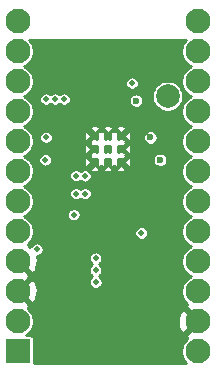
<source format=gbr>
%TF.GenerationSoftware,KiCad,Pcbnew,5.1.7+dfsg1-1~bpo10+1*%
%TF.CreationDate,Date%
%TF.ProjectId,ProMicro_BOOST,50726f4d-6963-4726-9f5f-424f4f53542e,v1.7*%
%TF.SameCoordinates,Original*%
%TF.FileFunction,Copper,L2,Inr*%
%TF.FilePolarity,Positive*%
%FSLAX46Y46*%
G04 Gerber Fmt 4.6, Leading zero omitted, Abs format (unit mm)*
G04 Created by KiCad*
%MOMM*%
%LPD*%
G01*
G04 APERTURE LIST*
%TA.AperFunction,ComponentPad*%
%ADD10R,2.100000X2.100000*%
%TD*%
%TA.AperFunction,ComponentPad*%
%ADD11C,2.100000*%
%TD*%
%TA.AperFunction,ComponentPad*%
%ADD12C,2.000000*%
%TD*%
%TA.AperFunction,ComponentPad*%
%ADD13C,0.500000*%
%TD*%
%TA.AperFunction,ViaPad*%
%ADD14C,0.500000*%
%TD*%
%TA.AperFunction,ViaPad*%
%ADD15C,0.450000*%
%TD*%
%TA.AperFunction,ViaPad*%
%ADD16C,0.600000*%
%TD*%
%TA.AperFunction,Conductor*%
%ADD17C,0.254000*%
%TD*%
%TA.AperFunction,Conductor*%
%ADD18C,0.100000*%
%TD*%
%ADD19C,0.200000*%
%ADD20C,0.300000*%
%ADD21C,0.350000*%
G04 APERTURE END LIST*
D10*
%TO.N,N/C*%
%TO.C,A1*%
X0Y0D03*
D11*
X0Y2540000D03*
%TO.N,GND*%
X0Y5080000D03*
%TO.N,N/C*%
X15240000Y27940000D03*
%TO.N,GND*%
X0Y7620000D03*
%TO.N,N/C*%
X15240000Y25400000D03*
X0Y10160000D03*
X15240000Y22860000D03*
X0Y12700000D03*
X15240000Y20320000D03*
%TO.N,STAT*%
X0Y15240000D03*
%TO.N,N/C*%
X15240000Y17780000D03*
X0Y17780000D03*
X15240000Y15240000D03*
X0Y20320000D03*
X15240000Y12700000D03*
X0Y22860000D03*
X15240000Y10160000D03*
X0Y25400000D03*
%TO.N,+3V3*%
X15240000Y7620000D03*
%TO.N,N/C*%
X0Y27940000D03*
X15240000Y5080000D03*
%TO.N,GND*%
X15240000Y2540000D03*
%TO.N,VBUS*%
X15240000Y0D03*
%TD*%
D12*
%TO.N,/VBAT*%
%TO.C,TP1*%
X12700000Y21590000D03*
%TD*%
D13*
%TO.N,GND*%
%TO.C,U2*%
X6520000Y16045000D03*
X6520000Y17145000D03*
X6520000Y18245000D03*
X7620000Y16045000D03*
X7620000Y17145000D03*
X7620000Y18245000D03*
X8720000Y16045000D03*
X8720000Y17145000D03*
X8720000Y18245000D03*
%TD*%
D14*
%TO.N,GND*%
X4445000Y6350000D03*
X4064000Y8382000D03*
X2921000Y9144000D03*
X889000Y21590000D03*
D15*
X7747000Y12509500D03*
D14*
X5461000Y7366000D03*
X2857500Y10795000D03*
X12382500Y10731500D03*
X8890000Y0D03*
X6985000Y0D03*
X6985000Y2540000D03*
X12700000Y0D03*
X2540000Y2540000D03*
X2540000Y0D03*
X9398000Y15367000D03*
X12065000Y14351000D03*
X10414000Y5080000D03*
X10414000Y7620000D03*
X5715000Y19050000D03*
X5715000Y20066000D03*
X1397000Y24130000D03*
X14224000Y19050000D03*
X14224000Y16510000D03*
X889000Y16510000D03*
X889000Y19050000D03*
X8890000Y2540000D03*
X9398000Y13081000D03*
X14287500Y11430000D03*
X12446000Y5080000D03*
X12446000Y7620000D03*
X5207000Y24130000D03*
X5207000Y25400000D03*
X5207000Y22860000D03*
X14224000Y13970000D03*
X9779000Y14732000D03*
X9144000Y20701000D03*
X10795000Y24765000D03*
X12065000Y24765000D03*
X14414500Y21590000D03*
X14414500Y24130000D03*
X9144000Y21844000D03*
X11176000Y20701000D03*
D16*
%TO.N,+3V3*%
X11239500Y18097500D03*
X12065000Y16192500D03*
D14*
%TO.N,Net-(C1-Pad1)*%
X10477500Y10007500D03*
D16*
X10033000Y21209000D03*
D14*
%TO.N,/VBAT*%
X6604000Y6858000D03*
X2413000Y21336000D03*
X3175000Y21336000D03*
X5699873Y14843873D03*
X4762500Y11557000D03*
X2413000Y18097500D03*
X4953000Y14859000D03*
X2349500Y16192500D03*
X4953000Y13335000D03*
X5715000Y13335000D03*
X3937000Y21336000D03*
X6614160Y7874000D03*
X6619240Y5842000D03*
X9695000Y22690000D03*
%TO.N,STAT*%
X1641228Y8626230D03*
%TD*%
D17*
%TO.N,GND*%
X14170414Y26277787D02*
X14019718Y26052254D01*
X13915917Y25801656D01*
X13863000Y25535623D01*
X13863000Y25264377D01*
X13915917Y24998344D01*
X14019718Y24747746D01*
X14170414Y24522213D01*
X14362213Y24330414D01*
X14587746Y24179718D01*
X14707776Y24130000D01*
X14587746Y24080282D01*
X14362213Y23929586D01*
X14170414Y23737787D01*
X14019718Y23512254D01*
X13915917Y23261656D01*
X13863000Y22995623D01*
X13863000Y22724377D01*
X13915917Y22458344D01*
X14019718Y22207746D01*
X14170414Y21982213D01*
X14362213Y21790414D01*
X14587746Y21639718D01*
X14707776Y21590000D01*
X14587746Y21540282D01*
X14362213Y21389586D01*
X14170414Y21197787D01*
X14019718Y20972254D01*
X13915917Y20721656D01*
X13863000Y20455623D01*
X13863000Y20184377D01*
X13915917Y19918344D01*
X14019718Y19667746D01*
X14170414Y19442213D01*
X14362213Y19250414D01*
X14587746Y19099718D01*
X14707776Y19050000D01*
X14587746Y19000282D01*
X14362213Y18849586D01*
X14170414Y18657787D01*
X14019718Y18432254D01*
X13915917Y18181656D01*
X13863000Y17915623D01*
X13863000Y17644377D01*
X13915917Y17378344D01*
X14019718Y17127746D01*
X14170414Y16902213D01*
X14362213Y16710414D01*
X14587746Y16559718D01*
X14707776Y16510000D01*
X14587746Y16460282D01*
X14362213Y16309586D01*
X14170414Y16117787D01*
X14019718Y15892254D01*
X13915917Y15641656D01*
X13863000Y15375623D01*
X13863000Y15104377D01*
X13915917Y14838344D01*
X14019718Y14587746D01*
X14170414Y14362213D01*
X14362213Y14170414D01*
X14587746Y14019718D01*
X14707776Y13970000D01*
X14587746Y13920282D01*
X14362213Y13769586D01*
X14170414Y13577787D01*
X14019718Y13352254D01*
X13915917Y13101656D01*
X13863000Y12835623D01*
X13863000Y12564377D01*
X13915917Y12298344D01*
X14019718Y12047746D01*
X14170414Y11822213D01*
X14362213Y11630414D01*
X14587746Y11479718D01*
X14707776Y11430000D01*
X14587746Y11380282D01*
X14362213Y11229586D01*
X14170414Y11037787D01*
X14019718Y10812254D01*
X13915917Y10561656D01*
X13863000Y10295623D01*
X13863000Y10024377D01*
X13915917Y9758344D01*
X14019718Y9507746D01*
X14170414Y9282213D01*
X14362213Y9090414D01*
X14587746Y8939718D01*
X14707776Y8890000D01*
X14587746Y8840282D01*
X14362213Y8689586D01*
X14170414Y8497787D01*
X14019718Y8272254D01*
X13915917Y8021656D01*
X13863000Y7755623D01*
X13863000Y7484377D01*
X13915917Y7218344D01*
X14019718Y6967746D01*
X14170414Y6742213D01*
X14362213Y6550414D01*
X14587746Y6399718D01*
X14707776Y6350000D01*
X14587746Y6300282D01*
X14362213Y6149586D01*
X14170414Y5957787D01*
X14019718Y5732254D01*
X13915917Y5481656D01*
X13863000Y5215623D01*
X13863000Y4944377D01*
X13915917Y4678344D01*
X14019718Y4427746D01*
X14170414Y4202213D01*
X14362213Y4010414D01*
X14381743Y3997365D01*
X14350339Y3980579D01*
X14248539Y3711066D01*
X15240000Y2719605D01*
X15254143Y2733747D01*
X15433748Y2554142D01*
X15419605Y2540000D01*
X15433748Y2525857D01*
X15254143Y2346252D01*
X15240000Y2360395D01*
X14248539Y1368934D01*
X14350339Y1099421D01*
X14382969Y1083455D01*
X14362213Y1069586D01*
X14170414Y877787D01*
X14019718Y652254D01*
X13915917Y401656D01*
X13863000Y135623D01*
X13863000Y-135623D01*
X13915917Y-401656D01*
X14019718Y-652254D01*
X14170414Y-877787D01*
X14260627Y-968000D01*
X1378582Y-968000D01*
X1378582Y1050000D01*
X1372268Y1114103D01*
X1353570Y1175743D01*
X1323206Y1232550D01*
X1282343Y1282343D01*
X1232550Y1323206D01*
X1175743Y1353570D01*
X1114103Y1372268D01*
X1050000Y1378582D01*
X740350Y1378582D01*
X877787Y1470414D01*
X1069586Y1662213D01*
X1220282Y1887746D01*
X1324083Y2138344D01*
X1377000Y2404377D01*
X1377000Y2479383D01*
X13547934Y2479383D01*
X13592272Y2150443D01*
X13699931Y1836473D01*
X13799421Y1650339D01*
X14068934Y1548539D01*
X15060395Y2540000D01*
X14068934Y3531461D01*
X13799421Y3429661D01*
X13653537Y3131523D01*
X13568620Y2810654D01*
X13547934Y2479383D01*
X1377000Y2479383D01*
X1377000Y2675623D01*
X1324083Y2941656D01*
X1220282Y3192254D01*
X1069586Y3417787D01*
X877787Y3609586D01*
X858257Y3622635D01*
X889661Y3639421D01*
X991461Y3908934D01*
X0Y4900395D01*
X-14142Y4886252D01*
X-193747Y5065857D01*
X-179605Y5080000D01*
X179605Y5080000D01*
X1171066Y4088539D01*
X1440579Y4190339D01*
X1586463Y4488477D01*
X1671380Y4809346D01*
X1692066Y5140617D01*
X1647728Y5469557D01*
X1540069Y5783527D01*
X1440579Y5969661D01*
X1171066Y6071461D01*
X179605Y5080000D01*
X-179605Y5080000D01*
X-193747Y5094142D01*
X-14142Y5273747D01*
X0Y5259605D01*
X991461Y6251066D01*
X954092Y6350000D01*
X991461Y6448934D01*
X0Y7440395D01*
X-14142Y7426252D01*
X-193747Y7605857D01*
X-179605Y7620000D01*
X-193747Y7634142D01*
X-14142Y7813747D01*
X0Y7799605D01*
X14143Y7813747D01*
X193748Y7634142D01*
X179605Y7620000D01*
X1171066Y6628539D01*
X1440579Y6730339D01*
X1530853Y6914830D01*
X6027000Y6914830D01*
X6027000Y6801170D01*
X6049174Y6689695D01*
X6092669Y6584688D01*
X6155815Y6490184D01*
X6236184Y6409815D01*
X6330688Y6346669D01*
X6333941Y6345322D01*
X6251424Y6290185D01*
X6171055Y6209816D01*
X6107909Y6115312D01*
X6064414Y6010305D01*
X6042240Y5898830D01*
X6042240Y5785170D01*
X6064414Y5673695D01*
X6107909Y5568688D01*
X6171055Y5474184D01*
X6251424Y5393815D01*
X6345928Y5330669D01*
X6450935Y5287174D01*
X6562410Y5265000D01*
X6676070Y5265000D01*
X6787545Y5287174D01*
X6892552Y5330669D01*
X6987056Y5393815D01*
X7067425Y5474184D01*
X7130571Y5568688D01*
X7174066Y5673695D01*
X7196240Y5785170D01*
X7196240Y5898830D01*
X7174066Y6010305D01*
X7130571Y6115312D01*
X7067425Y6209816D01*
X6987056Y6290185D01*
X6892552Y6353331D01*
X6889299Y6354678D01*
X6971816Y6409815D01*
X7052185Y6490184D01*
X7115331Y6584688D01*
X7158826Y6689695D01*
X7181000Y6801170D01*
X7181000Y6914830D01*
X7158826Y7026305D01*
X7115331Y7131312D01*
X7052185Y7225816D01*
X6971816Y7306185D01*
X6887355Y7362620D01*
X6887472Y7362669D01*
X6981976Y7425815D01*
X7062345Y7506184D01*
X7125491Y7600688D01*
X7168986Y7705695D01*
X7191160Y7817170D01*
X7191160Y7930830D01*
X7168986Y8042305D01*
X7125491Y8147312D01*
X7062345Y8241816D01*
X6981976Y8322185D01*
X6887472Y8385331D01*
X6782465Y8428826D01*
X6670990Y8451000D01*
X6557330Y8451000D01*
X6445855Y8428826D01*
X6340848Y8385331D01*
X6246344Y8322185D01*
X6165975Y8241816D01*
X6102829Y8147312D01*
X6059334Y8042305D01*
X6037160Y7930830D01*
X6037160Y7817170D01*
X6059334Y7705695D01*
X6102829Y7600688D01*
X6165975Y7506184D01*
X6246344Y7425815D01*
X6330805Y7369380D01*
X6330688Y7369331D01*
X6236184Y7306185D01*
X6155815Y7225816D01*
X6092669Y7131312D01*
X6049174Y7026305D01*
X6027000Y6914830D01*
X1530853Y6914830D01*
X1586463Y7028477D01*
X1671380Y7349346D01*
X1692066Y7680617D01*
X1647728Y8009557D01*
X1634124Y8049230D01*
X1698058Y8049230D01*
X1809533Y8071404D01*
X1914540Y8114899D01*
X2009044Y8178045D01*
X2089413Y8258414D01*
X2152559Y8352918D01*
X2196054Y8457925D01*
X2218228Y8569400D01*
X2218228Y8683060D01*
X2196054Y8794535D01*
X2152559Y8899542D01*
X2089413Y8994046D01*
X2009044Y9074415D01*
X1914540Y9137561D01*
X1809533Y9181056D01*
X1698058Y9203230D01*
X1584398Y9203230D01*
X1472923Y9181056D01*
X1367916Y9137561D01*
X1273412Y9074415D01*
X1193043Y8994046D01*
X1129897Y8899542D01*
X1125261Y8888349D01*
X1107001Y8906609D01*
X991460Y8791068D01*
X889661Y9060579D01*
X857031Y9076545D01*
X877787Y9090414D01*
X1069586Y9282213D01*
X1220282Y9507746D01*
X1324083Y9758344D01*
X1377000Y10024377D01*
X1377000Y10064330D01*
X9900500Y10064330D01*
X9900500Y9950670D01*
X9922674Y9839195D01*
X9966169Y9734188D01*
X10029315Y9639684D01*
X10109684Y9559315D01*
X10204188Y9496169D01*
X10309195Y9452674D01*
X10420670Y9430500D01*
X10534330Y9430500D01*
X10645805Y9452674D01*
X10750812Y9496169D01*
X10845316Y9559315D01*
X10925685Y9639684D01*
X10988831Y9734188D01*
X11032326Y9839195D01*
X11054500Y9950670D01*
X11054500Y10064330D01*
X11032326Y10175805D01*
X10988831Y10280812D01*
X10925685Y10375316D01*
X10845316Y10455685D01*
X10750812Y10518831D01*
X10645805Y10562326D01*
X10534330Y10584500D01*
X10420670Y10584500D01*
X10309195Y10562326D01*
X10204188Y10518831D01*
X10109684Y10455685D01*
X10029315Y10375316D01*
X9966169Y10280812D01*
X9922674Y10175805D01*
X9900500Y10064330D01*
X1377000Y10064330D01*
X1377000Y10295623D01*
X1324083Y10561656D01*
X1220282Y10812254D01*
X1069586Y11037787D01*
X877787Y11229586D01*
X652254Y11380282D01*
X532224Y11430000D01*
X652254Y11479718D01*
X852967Y11613830D01*
X4185500Y11613830D01*
X4185500Y11500170D01*
X4207674Y11388695D01*
X4251169Y11283688D01*
X4314315Y11189184D01*
X4394684Y11108815D01*
X4489188Y11045669D01*
X4594195Y11002174D01*
X4705670Y10980000D01*
X4819330Y10980000D01*
X4930805Y11002174D01*
X5035812Y11045669D01*
X5130316Y11108815D01*
X5210685Y11189184D01*
X5273831Y11283688D01*
X5317326Y11388695D01*
X5339500Y11500170D01*
X5339500Y11613830D01*
X5317326Y11725305D01*
X5273831Y11830312D01*
X5210685Y11924816D01*
X5130316Y12005185D01*
X5035812Y12068331D01*
X4930805Y12111826D01*
X4819330Y12134000D01*
X4705670Y12134000D01*
X4594195Y12111826D01*
X4489188Y12068331D01*
X4394684Y12005185D01*
X4314315Y11924816D01*
X4251169Y11830312D01*
X4207674Y11725305D01*
X4185500Y11613830D01*
X852967Y11613830D01*
X877787Y11630414D01*
X1069586Y11822213D01*
X1220282Y12047746D01*
X1324083Y12298344D01*
X1377000Y12564377D01*
X1377000Y12835623D01*
X1324083Y13101656D01*
X1220282Y13352254D01*
X1193839Y13391830D01*
X4376000Y13391830D01*
X4376000Y13278170D01*
X4398174Y13166695D01*
X4441669Y13061688D01*
X4504815Y12967184D01*
X4585184Y12886815D01*
X4679688Y12823669D01*
X4784695Y12780174D01*
X4896170Y12758000D01*
X5009830Y12758000D01*
X5121305Y12780174D01*
X5226312Y12823669D01*
X5320816Y12886815D01*
X5334000Y12899999D01*
X5347184Y12886815D01*
X5441688Y12823669D01*
X5546695Y12780174D01*
X5658170Y12758000D01*
X5771830Y12758000D01*
X5883305Y12780174D01*
X5988312Y12823669D01*
X6082816Y12886815D01*
X6163185Y12967184D01*
X6226331Y13061688D01*
X6269826Y13166695D01*
X6292000Y13278170D01*
X6292000Y13391830D01*
X6269826Y13503305D01*
X6226331Y13608312D01*
X6163185Y13702816D01*
X6082816Y13783185D01*
X5988312Y13846331D01*
X5883305Y13889826D01*
X5771830Y13912000D01*
X5658170Y13912000D01*
X5546695Y13889826D01*
X5441688Y13846331D01*
X5347184Y13783185D01*
X5334000Y13770001D01*
X5320816Y13783185D01*
X5226312Y13846331D01*
X5121305Y13889826D01*
X5009830Y13912000D01*
X4896170Y13912000D01*
X4784695Y13889826D01*
X4679688Y13846331D01*
X4585184Y13783185D01*
X4504815Y13702816D01*
X4441669Y13608312D01*
X4398174Y13503305D01*
X4376000Y13391830D01*
X1193839Y13391830D01*
X1069586Y13577787D01*
X877787Y13769586D01*
X652254Y13920282D01*
X532224Y13970000D01*
X652254Y14019718D01*
X877787Y14170414D01*
X1069586Y14362213D01*
X1220282Y14587746D01*
X1324083Y14838344D01*
X1339495Y14915830D01*
X4376000Y14915830D01*
X4376000Y14802170D01*
X4398174Y14690695D01*
X4441669Y14585688D01*
X4504815Y14491184D01*
X4585184Y14410815D01*
X4679688Y14347669D01*
X4784695Y14304174D01*
X4896170Y14282000D01*
X5009830Y14282000D01*
X5121305Y14304174D01*
X5226312Y14347669D01*
X5318487Y14409258D01*
X5332057Y14395688D01*
X5426561Y14332542D01*
X5531568Y14289047D01*
X5643043Y14266873D01*
X5756703Y14266873D01*
X5868178Y14289047D01*
X5973185Y14332542D01*
X6067689Y14395688D01*
X6148058Y14476057D01*
X6211204Y14570561D01*
X6254699Y14675568D01*
X6276873Y14787043D01*
X6276873Y14900703D01*
X6254699Y15012178D01*
X6211204Y15117185D01*
X6148058Y15211689D01*
X6067689Y15292058D01*
X5973185Y15355204D01*
X5868178Y15398699D01*
X5756703Y15420873D01*
X5643043Y15420873D01*
X5531568Y15398699D01*
X5426561Y15355204D01*
X5334386Y15293615D01*
X5320816Y15307185D01*
X5226312Y15370331D01*
X5121305Y15413826D01*
X5009830Y15436000D01*
X4896170Y15436000D01*
X4784695Y15413826D01*
X4679688Y15370331D01*
X4585184Y15307185D01*
X4504815Y15226816D01*
X4441669Y15132312D01*
X4398174Y15027305D01*
X4376000Y14915830D01*
X1339495Y14915830D01*
X1377000Y15104377D01*
X1377000Y15375623D01*
X1362438Y15448836D01*
X6097784Y15448836D01*
X6101826Y15260173D01*
X6262974Y15193672D01*
X6433998Y15159887D01*
X6608328Y15160116D01*
X6779264Y15194351D01*
X6938174Y15260173D01*
X6942216Y15448836D01*
X7197784Y15448836D01*
X7201826Y15260173D01*
X7362974Y15193672D01*
X7533998Y15159887D01*
X7708328Y15160116D01*
X7879264Y15194351D01*
X8038174Y15260173D01*
X8042216Y15448836D01*
X8297784Y15448836D01*
X8301826Y15260173D01*
X8462974Y15193672D01*
X8633998Y15159887D01*
X8808328Y15160116D01*
X8979264Y15194351D01*
X9138174Y15260173D01*
X9142216Y15448836D01*
X8720000Y15871052D01*
X8297784Y15448836D01*
X8042216Y15448836D01*
X7620000Y15871052D01*
X7197784Y15448836D01*
X6942216Y15448836D01*
X6520000Y15871052D01*
X6097784Y15448836D01*
X1362438Y15448836D01*
X1324083Y15641656D01*
X1220282Y15892254D01*
X1069586Y16117787D01*
X938043Y16249330D01*
X1772500Y16249330D01*
X1772500Y16135670D01*
X1794674Y16024195D01*
X1838169Y15919188D01*
X1901315Y15824684D01*
X1981684Y15744315D01*
X2076188Y15681169D01*
X2181195Y15637674D01*
X2292670Y15615500D01*
X2406330Y15615500D01*
X2517805Y15637674D01*
X2622812Y15681169D01*
X2717316Y15744315D01*
X2797685Y15824684D01*
X2860831Y15919188D01*
X2904326Y16024195D01*
X2925571Y16131002D01*
X5634887Y16131002D01*
X5635116Y15956672D01*
X5669351Y15785736D01*
X5735173Y15626826D01*
X5923836Y15622784D01*
X6346052Y16045000D01*
X5923836Y16467216D01*
X5735173Y16463174D01*
X5668672Y16302026D01*
X5634887Y16131002D01*
X2925571Y16131002D01*
X2926500Y16135670D01*
X2926500Y16249330D01*
X2904326Y16360805D01*
X2860831Y16465812D01*
X2797685Y16560316D01*
X2717316Y16640685D01*
X2622812Y16703831D01*
X2517805Y16747326D01*
X2406330Y16769500D01*
X2292670Y16769500D01*
X2181195Y16747326D01*
X2076188Y16703831D01*
X1981684Y16640685D01*
X1901315Y16560316D01*
X1838169Y16465812D01*
X1794674Y16360805D01*
X1772500Y16249330D01*
X938043Y16249330D01*
X877787Y16309586D01*
X652254Y16460282D01*
X532224Y16510000D01*
X652254Y16559718D01*
X877787Y16710414D01*
X1069586Y16902213D01*
X1220282Y17127746D01*
X1263051Y17231002D01*
X5634887Y17231002D01*
X5635116Y17056672D01*
X5669351Y16885736D01*
X5735173Y16726826D01*
X5923836Y16722784D01*
X6346052Y17145000D01*
X5923836Y17567216D01*
X5735173Y17563174D01*
X5668672Y17402026D01*
X5634887Y17231002D01*
X1263051Y17231002D01*
X1324083Y17378344D01*
X1377000Y17644377D01*
X1377000Y17915623D01*
X1329519Y18154330D01*
X1836000Y18154330D01*
X1836000Y18040670D01*
X1858174Y17929195D01*
X1901669Y17824188D01*
X1964815Y17729684D01*
X2045184Y17649315D01*
X2139688Y17586169D01*
X2244695Y17542674D01*
X2356170Y17520500D01*
X2469830Y17520500D01*
X2581305Y17542674D01*
X2686312Y17586169D01*
X2780816Y17649315D01*
X2861185Y17729684D01*
X2868855Y17741164D01*
X6097784Y17741164D01*
X6143948Y17695000D01*
X6097784Y17648836D01*
X6101826Y17460173D01*
X6262974Y17393672D01*
X6433998Y17359887D01*
X6479002Y17359946D01*
X6520000Y17318948D01*
X6561106Y17360054D01*
X6608328Y17360116D01*
X6766657Y17391826D01*
X6734887Y17231002D01*
X6734946Y17185998D01*
X6693948Y17145000D01*
X6735054Y17103894D01*
X6735116Y17056672D01*
X6766826Y16898343D01*
X6606002Y16930113D01*
X6560998Y16930054D01*
X6520000Y16971052D01*
X6478894Y16929946D01*
X6431672Y16929884D01*
X6260736Y16895649D01*
X6101826Y16829827D01*
X6097784Y16641164D01*
X6143948Y16595000D01*
X6097784Y16548836D01*
X6101826Y16360173D01*
X6262974Y16293672D01*
X6433998Y16259887D01*
X6479002Y16259946D01*
X6520000Y16218948D01*
X6561106Y16260054D01*
X6608328Y16260116D01*
X6766657Y16291826D01*
X6734887Y16131002D01*
X6734946Y16085998D01*
X6693948Y16045000D01*
X6735054Y16003894D01*
X6735116Y15956672D01*
X6769351Y15785736D01*
X6835173Y15626826D01*
X7023836Y15622784D01*
X7070000Y15668948D01*
X7116164Y15622784D01*
X7304827Y15626826D01*
X7371328Y15787974D01*
X7405113Y15958998D01*
X7405054Y16004002D01*
X7446052Y16045000D01*
X7404946Y16086106D01*
X7404884Y16133328D01*
X7373174Y16291657D01*
X7533998Y16259887D01*
X7579002Y16259946D01*
X7620000Y16218948D01*
X7661106Y16260054D01*
X7708328Y16260116D01*
X7866657Y16291826D01*
X7834887Y16131002D01*
X7834946Y16085998D01*
X7793948Y16045000D01*
X7835054Y16003894D01*
X7835116Y15956672D01*
X7869351Y15785736D01*
X7935173Y15626826D01*
X8123836Y15622784D01*
X8170000Y15668948D01*
X8216164Y15622784D01*
X8404827Y15626826D01*
X8471328Y15787974D01*
X8505113Y15958998D01*
X8505054Y16004002D01*
X8546052Y16045000D01*
X8893948Y16045000D01*
X9316164Y15622784D01*
X9504827Y15626826D01*
X9571328Y15787974D01*
X9605113Y15958998D01*
X9604884Y16133328D01*
X9580665Y16254254D01*
X11438000Y16254254D01*
X11438000Y16130746D01*
X11462095Y16009611D01*
X11509360Y15895504D01*
X11577977Y15792811D01*
X11665311Y15705477D01*
X11768004Y15636860D01*
X11882111Y15589595D01*
X12003246Y15565500D01*
X12126754Y15565500D01*
X12247889Y15589595D01*
X12361996Y15636860D01*
X12464689Y15705477D01*
X12552023Y15792811D01*
X12620640Y15895504D01*
X12667905Y16009611D01*
X12692000Y16130746D01*
X12692000Y16254254D01*
X12667905Y16375389D01*
X12620640Y16489496D01*
X12552023Y16592189D01*
X12464689Y16679523D01*
X12361996Y16748140D01*
X12247889Y16795405D01*
X12126754Y16819500D01*
X12003246Y16819500D01*
X11882111Y16795405D01*
X11768004Y16748140D01*
X11665311Y16679523D01*
X11577977Y16592189D01*
X11509360Y16489496D01*
X11462095Y16375389D01*
X11438000Y16254254D01*
X9580665Y16254254D01*
X9570649Y16304264D01*
X9504827Y16463174D01*
X9316164Y16467216D01*
X8893948Y16045000D01*
X8546052Y16045000D01*
X8504946Y16086106D01*
X8504884Y16133328D01*
X8473174Y16291657D01*
X8633998Y16259887D01*
X8679002Y16259946D01*
X8720000Y16218948D01*
X8761106Y16260054D01*
X8808328Y16260116D01*
X8979264Y16294351D01*
X9138174Y16360173D01*
X9142216Y16548836D01*
X9096052Y16595000D01*
X9142216Y16641164D01*
X9138174Y16829827D01*
X8977026Y16896328D01*
X8806002Y16930113D01*
X8760998Y16930054D01*
X8720000Y16971052D01*
X8678894Y16929946D01*
X8631672Y16929884D01*
X8473343Y16898174D01*
X8505113Y17058998D01*
X8505054Y17104002D01*
X8546052Y17145000D01*
X8893948Y17145000D01*
X9316164Y16722784D01*
X9504827Y16726826D01*
X9571328Y16887974D01*
X9605113Y17058998D01*
X9604884Y17233328D01*
X9570649Y17404264D01*
X9504827Y17563174D01*
X9316164Y17567216D01*
X8893948Y17145000D01*
X8546052Y17145000D01*
X8504946Y17186106D01*
X8504884Y17233328D01*
X8473174Y17391657D01*
X8633998Y17359887D01*
X8679002Y17359946D01*
X8720000Y17318948D01*
X8761106Y17360054D01*
X8808328Y17360116D01*
X8979264Y17394351D01*
X9138174Y17460173D01*
X9142216Y17648836D01*
X9096052Y17695000D01*
X9142216Y17741164D01*
X9138174Y17929827D01*
X8977026Y17996328D01*
X8806002Y18030113D01*
X8760998Y18030054D01*
X8720000Y18071052D01*
X8678894Y18029946D01*
X8631672Y18029884D01*
X8473343Y17998174D01*
X8505113Y18158998D01*
X8505054Y18204002D01*
X8546052Y18245000D01*
X8893948Y18245000D01*
X9316164Y17822784D01*
X9504827Y17826826D01*
X9571328Y17987974D01*
X9605113Y18158998D01*
X9605113Y18159254D01*
X10612500Y18159254D01*
X10612500Y18035746D01*
X10636595Y17914611D01*
X10683860Y17800504D01*
X10752477Y17697811D01*
X10839811Y17610477D01*
X10942504Y17541860D01*
X11056611Y17494595D01*
X11177746Y17470500D01*
X11301254Y17470500D01*
X11422389Y17494595D01*
X11536496Y17541860D01*
X11639189Y17610477D01*
X11726523Y17697811D01*
X11795140Y17800504D01*
X11842405Y17914611D01*
X11866500Y18035746D01*
X11866500Y18159254D01*
X11842405Y18280389D01*
X11795140Y18394496D01*
X11726523Y18497189D01*
X11639189Y18584523D01*
X11536496Y18653140D01*
X11422389Y18700405D01*
X11301254Y18724500D01*
X11177746Y18724500D01*
X11056611Y18700405D01*
X10942504Y18653140D01*
X10839811Y18584523D01*
X10752477Y18497189D01*
X10683860Y18394496D01*
X10636595Y18280389D01*
X10612500Y18159254D01*
X9605113Y18159254D01*
X9604884Y18333328D01*
X9570649Y18504264D01*
X9504827Y18663174D01*
X9316164Y18667216D01*
X8893948Y18245000D01*
X8546052Y18245000D01*
X8504946Y18286106D01*
X8504884Y18333328D01*
X8470649Y18504264D01*
X8404827Y18663174D01*
X8216164Y18667216D01*
X8170000Y18621052D01*
X8123836Y18667216D01*
X7935173Y18663174D01*
X7868672Y18502026D01*
X7834887Y18331002D01*
X7834946Y18285998D01*
X7793948Y18245000D01*
X7835054Y18203894D01*
X7835116Y18156672D01*
X7866826Y17998343D01*
X7706002Y18030113D01*
X7660998Y18030054D01*
X7620000Y18071052D01*
X7578894Y18029946D01*
X7531672Y18029884D01*
X7373343Y17998174D01*
X7405113Y18158998D01*
X7405054Y18204002D01*
X7446052Y18245000D01*
X7404946Y18286106D01*
X7404884Y18333328D01*
X7370649Y18504264D01*
X7304827Y18663174D01*
X7116164Y18667216D01*
X7070000Y18621052D01*
X7023836Y18667216D01*
X6835173Y18663174D01*
X6768672Y18502026D01*
X6734887Y18331002D01*
X6734946Y18285998D01*
X6693948Y18245000D01*
X6735054Y18203894D01*
X6735116Y18156672D01*
X6766826Y17998343D01*
X6606002Y18030113D01*
X6560998Y18030054D01*
X6520000Y18071052D01*
X6478894Y18029946D01*
X6431672Y18029884D01*
X6260736Y17995649D01*
X6101826Y17929827D01*
X6097784Y17741164D01*
X2868855Y17741164D01*
X2924331Y17824188D01*
X2967826Y17929195D01*
X2990000Y18040670D01*
X2990000Y18154330D01*
X2967826Y18265805D01*
X2940821Y18331002D01*
X5634887Y18331002D01*
X5635116Y18156672D01*
X5669351Y17985736D01*
X5735173Y17826826D01*
X5923836Y17822784D01*
X6346052Y18245000D01*
X5923836Y18667216D01*
X5735173Y18663174D01*
X5668672Y18502026D01*
X5634887Y18331002D01*
X2940821Y18331002D01*
X2924331Y18370812D01*
X2861185Y18465316D01*
X2780816Y18545685D01*
X2686312Y18608831D01*
X2581305Y18652326D01*
X2469830Y18674500D01*
X2356170Y18674500D01*
X2244695Y18652326D01*
X2139688Y18608831D01*
X2045184Y18545685D01*
X1964815Y18465316D01*
X1901669Y18370812D01*
X1858174Y18265805D01*
X1836000Y18154330D01*
X1329519Y18154330D01*
X1324083Y18181656D01*
X1220282Y18432254D01*
X1069586Y18657787D01*
X886209Y18841164D01*
X6097784Y18841164D01*
X6520000Y18418948D01*
X6942216Y18841164D01*
X7197784Y18841164D01*
X7620000Y18418948D01*
X8042216Y18841164D01*
X8297784Y18841164D01*
X8720000Y18418948D01*
X9142216Y18841164D01*
X9138174Y19029827D01*
X8977026Y19096328D01*
X8806002Y19130113D01*
X8631672Y19129884D01*
X8460736Y19095649D01*
X8301826Y19029827D01*
X8297784Y18841164D01*
X8042216Y18841164D01*
X8038174Y19029827D01*
X7877026Y19096328D01*
X7706002Y19130113D01*
X7531672Y19129884D01*
X7360736Y19095649D01*
X7201826Y19029827D01*
X7197784Y18841164D01*
X6942216Y18841164D01*
X6938174Y19029827D01*
X6777026Y19096328D01*
X6606002Y19130113D01*
X6431672Y19129884D01*
X6260736Y19095649D01*
X6101826Y19029827D01*
X6097784Y18841164D01*
X886209Y18841164D01*
X877787Y18849586D01*
X652254Y19000282D01*
X532224Y19050000D01*
X652254Y19099718D01*
X877787Y19250414D01*
X1069586Y19442213D01*
X1220282Y19667746D01*
X1324083Y19918344D01*
X1377000Y20184377D01*
X1377000Y20455623D01*
X1324083Y20721656D01*
X1220282Y20972254D01*
X1069586Y21197787D01*
X877787Y21389586D01*
X872933Y21392830D01*
X1836000Y21392830D01*
X1836000Y21279170D01*
X1858174Y21167695D01*
X1901669Y21062688D01*
X1964815Y20968184D01*
X2045184Y20887815D01*
X2139688Y20824669D01*
X2244695Y20781174D01*
X2356170Y20759000D01*
X2469830Y20759000D01*
X2581305Y20781174D01*
X2686312Y20824669D01*
X2780816Y20887815D01*
X2794000Y20900999D01*
X2807184Y20887815D01*
X2901688Y20824669D01*
X3006695Y20781174D01*
X3118170Y20759000D01*
X3231830Y20759000D01*
X3343305Y20781174D01*
X3448312Y20824669D01*
X3542816Y20887815D01*
X3556000Y20900999D01*
X3569184Y20887815D01*
X3663688Y20824669D01*
X3768695Y20781174D01*
X3880170Y20759000D01*
X3993830Y20759000D01*
X4105305Y20781174D01*
X4210312Y20824669D01*
X4304816Y20887815D01*
X4385185Y20968184D01*
X4448331Y21062688D01*
X4491826Y21167695D01*
X4512325Y21270754D01*
X9406000Y21270754D01*
X9406000Y21147246D01*
X9430095Y21026111D01*
X9477360Y20912004D01*
X9545977Y20809311D01*
X9633311Y20721977D01*
X9736004Y20653360D01*
X9850111Y20606095D01*
X9971246Y20582000D01*
X10094754Y20582000D01*
X10215889Y20606095D01*
X10329996Y20653360D01*
X10432689Y20721977D01*
X10520023Y20809311D01*
X10588640Y20912004D01*
X10635905Y21026111D01*
X10660000Y21147246D01*
X10660000Y21270754D01*
X10635905Y21391889D01*
X10588640Y21505996D01*
X10520023Y21608689D01*
X10432689Y21696023D01*
X10395761Y21720698D01*
X11373000Y21720698D01*
X11373000Y21459302D01*
X11423996Y21202928D01*
X11524028Y20961430D01*
X11669252Y20744087D01*
X11854087Y20559252D01*
X12071430Y20414028D01*
X12312928Y20313996D01*
X12569302Y20263000D01*
X12830698Y20263000D01*
X13087072Y20313996D01*
X13328570Y20414028D01*
X13545913Y20559252D01*
X13730748Y20744087D01*
X13875972Y20961430D01*
X13976004Y21202928D01*
X14027000Y21459302D01*
X14027000Y21720698D01*
X13976004Y21977072D01*
X13875972Y22218570D01*
X13730748Y22435913D01*
X13545913Y22620748D01*
X13328570Y22765972D01*
X13087072Y22866004D01*
X12830698Y22917000D01*
X12569302Y22917000D01*
X12312928Y22866004D01*
X12071430Y22765972D01*
X11854087Y22620748D01*
X11669252Y22435913D01*
X11524028Y22218570D01*
X11423996Y21977072D01*
X11373000Y21720698D01*
X10395761Y21720698D01*
X10329996Y21764640D01*
X10215889Y21811905D01*
X10094754Y21836000D01*
X9971246Y21836000D01*
X9850111Y21811905D01*
X9736004Y21764640D01*
X9633311Y21696023D01*
X9545977Y21608689D01*
X9477360Y21505996D01*
X9430095Y21391889D01*
X9406000Y21270754D01*
X4512325Y21270754D01*
X4514000Y21279170D01*
X4514000Y21392830D01*
X4491826Y21504305D01*
X4448331Y21609312D01*
X4385185Y21703816D01*
X4304816Y21784185D01*
X4210312Y21847331D01*
X4105305Y21890826D01*
X3993830Y21913000D01*
X3880170Y21913000D01*
X3768695Y21890826D01*
X3663688Y21847331D01*
X3569184Y21784185D01*
X3556000Y21771001D01*
X3542816Y21784185D01*
X3448312Y21847331D01*
X3343305Y21890826D01*
X3231830Y21913000D01*
X3118170Y21913000D01*
X3006695Y21890826D01*
X2901688Y21847331D01*
X2807184Y21784185D01*
X2794000Y21771001D01*
X2780816Y21784185D01*
X2686312Y21847331D01*
X2581305Y21890826D01*
X2469830Y21913000D01*
X2356170Y21913000D01*
X2244695Y21890826D01*
X2139688Y21847331D01*
X2045184Y21784185D01*
X1964815Y21703816D01*
X1901669Y21609312D01*
X1858174Y21504305D01*
X1836000Y21392830D01*
X872933Y21392830D01*
X652254Y21540282D01*
X532224Y21590000D01*
X652254Y21639718D01*
X877787Y21790414D01*
X1069586Y21982213D01*
X1220282Y22207746D01*
X1324083Y22458344D01*
X1377000Y22724377D01*
X1377000Y22746830D01*
X9118000Y22746830D01*
X9118000Y22633170D01*
X9140174Y22521695D01*
X9183669Y22416688D01*
X9246815Y22322184D01*
X9327184Y22241815D01*
X9421688Y22178669D01*
X9526695Y22135174D01*
X9638170Y22113000D01*
X9751830Y22113000D01*
X9863305Y22135174D01*
X9968312Y22178669D01*
X10062816Y22241815D01*
X10143185Y22322184D01*
X10206331Y22416688D01*
X10249826Y22521695D01*
X10272000Y22633170D01*
X10272000Y22746830D01*
X10249826Y22858305D01*
X10206331Y22963312D01*
X10143185Y23057816D01*
X10062816Y23138185D01*
X9968312Y23201331D01*
X9863305Y23244826D01*
X9751830Y23267000D01*
X9638170Y23267000D01*
X9526695Y23244826D01*
X9421688Y23201331D01*
X9327184Y23138185D01*
X9246815Y23057816D01*
X9183669Y22963312D01*
X9140174Y22858305D01*
X9118000Y22746830D01*
X1377000Y22746830D01*
X1377000Y22995623D01*
X1324083Y23261656D01*
X1220282Y23512254D01*
X1069586Y23737787D01*
X877787Y23929586D01*
X652254Y24080282D01*
X532224Y24130000D01*
X652254Y24179718D01*
X877787Y24330414D01*
X1069586Y24522213D01*
X1220282Y24747746D01*
X1324083Y24998344D01*
X1377000Y25264377D01*
X1377000Y25535623D01*
X1324083Y25801656D01*
X1220282Y26052254D01*
X1069586Y26277787D01*
X979373Y26368000D01*
X14260627Y26368000D01*
X14170414Y26277787D01*
%TA.AperFunction,Conductor*%
D18*
G36*
X14170414Y26277787D02*
G01*
X14019718Y26052254D01*
X13915917Y25801656D01*
X13863000Y25535623D01*
X13863000Y25264377D01*
X13915917Y24998344D01*
X14019718Y24747746D01*
X14170414Y24522213D01*
X14362213Y24330414D01*
X14587746Y24179718D01*
X14707776Y24130000D01*
X14587746Y24080282D01*
X14362213Y23929586D01*
X14170414Y23737787D01*
X14019718Y23512254D01*
X13915917Y23261656D01*
X13863000Y22995623D01*
X13863000Y22724377D01*
X13915917Y22458344D01*
X14019718Y22207746D01*
X14170414Y21982213D01*
X14362213Y21790414D01*
X14587746Y21639718D01*
X14707776Y21590000D01*
X14587746Y21540282D01*
X14362213Y21389586D01*
X14170414Y21197787D01*
X14019718Y20972254D01*
X13915917Y20721656D01*
X13863000Y20455623D01*
X13863000Y20184377D01*
X13915917Y19918344D01*
X14019718Y19667746D01*
X14170414Y19442213D01*
X14362213Y19250414D01*
X14587746Y19099718D01*
X14707776Y19050000D01*
X14587746Y19000282D01*
X14362213Y18849586D01*
X14170414Y18657787D01*
X14019718Y18432254D01*
X13915917Y18181656D01*
X13863000Y17915623D01*
X13863000Y17644377D01*
X13915917Y17378344D01*
X14019718Y17127746D01*
X14170414Y16902213D01*
X14362213Y16710414D01*
X14587746Y16559718D01*
X14707776Y16510000D01*
X14587746Y16460282D01*
X14362213Y16309586D01*
X14170414Y16117787D01*
X14019718Y15892254D01*
X13915917Y15641656D01*
X13863000Y15375623D01*
X13863000Y15104377D01*
X13915917Y14838344D01*
X14019718Y14587746D01*
X14170414Y14362213D01*
X14362213Y14170414D01*
X14587746Y14019718D01*
X14707776Y13970000D01*
X14587746Y13920282D01*
X14362213Y13769586D01*
X14170414Y13577787D01*
X14019718Y13352254D01*
X13915917Y13101656D01*
X13863000Y12835623D01*
X13863000Y12564377D01*
X13915917Y12298344D01*
X14019718Y12047746D01*
X14170414Y11822213D01*
X14362213Y11630414D01*
X14587746Y11479718D01*
X14707776Y11430000D01*
X14587746Y11380282D01*
X14362213Y11229586D01*
X14170414Y11037787D01*
X14019718Y10812254D01*
X13915917Y10561656D01*
X13863000Y10295623D01*
X13863000Y10024377D01*
X13915917Y9758344D01*
X14019718Y9507746D01*
X14170414Y9282213D01*
X14362213Y9090414D01*
X14587746Y8939718D01*
X14707776Y8890000D01*
X14587746Y8840282D01*
X14362213Y8689586D01*
X14170414Y8497787D01*
X14019718Y8272254D01*
X13915917Y8021656D01*
X13863000Y7755623D01*
X13863000Y7484377D01*
X13915917Y7218344D01*
X14019718Y6967746D01*
X14170414Y6742213D01*
X14362213Y6550414D01*
X14587746Y6399718D01*
X14707776Y6350000D01*
X14587746Y6300282D01*
X14362213Y6149586D01*
X14170414Y5957787D01*
X14019718Y5732254D01*
X13915917Y5481656D01*
X13863000Y5215623D01*
X13863000Y4944377D01*
X13915917Y4678344D01*
X14019718Y4427746D01*
X14170414Y4202213D01*
X14362213Y4010414D01*
X14381743Y3997365D01*
X14350339Y3980579D01*
X14248539Y3711066D01*
X15240000Y2719605D01*
X15254143Y2733747D01*
X15433748Y2554142D01*
X15419605Y2540000D01*
X15433748Y2525857D01*
X15254143Y2346252D01*
X15240000Y2360395D01*
X14248539Y1368934D01*
X14350339Y1099421D01*
X14382969Y1083455D01*
X14362213Y1069586D01*
X14170414Y877787D01*
X14019718Y652254D01*
X13915917Y401656D01*
X13863000Y135623D01*
X13863000Y-135623D01*
X13915917Y-401656D01*
X14019718Y-652254D01*
X14170414Y-877787D01*
X14260627Y-968000D01*
X1378582Y-968000D01*
X1378582Y1050000D01*
X1372268Y1114103D01*
X1353570Y1175743D01*
X1323206Y1232550D01*
X1282343Y1282343D01*
X1232550Y1323206D01*
X1175743Y1353570D01*
X1114103Y1372268D01*
X1050000Y1378582D01*
X740350Y1378582D01*
X877787Y1470414D01*
X1069586Y1662213D01*
X1220282Y1887746D01*
X1324083Y2138344D01*
X1377000Y2404377D01*
X1377000Y2479383D01*
X13547934Y2479383D01*
X13592272Y2150443D01*
X13699931Y1836473D01*
X13799421Y1650339D01*
X14068934Y1548539D01*
X15060395Y2540000D01*
X14068934Y3531461D01*
X13799421Y3429661D01*
X13653537Y3131523D01*
X13568620Y2810654D01*
X13547934Y2479383D01*
X1377000Y2479383D01*
X1377000Y2675623D01*
X1324083Y2941656D01*
X1220282Y3192254D01*
X1069586Y3417787D01*
X877787Y3609586D01*
X858257Y3622635D01*
X889661Y3639421D01*
X991461Y3908934D01*
X0Y4900395D01*
X-14142Y4886252D01*
X-193747Y5065857D01*
X-179605Y5080000D01*
X179605Y5080000D01*
X1171066Y4088539D01*
X1440579Y4190339D01*
X1586463Y4488477D01*
X1671380Y4809346D01*
X1692066Y5140617D01*
X1647728Y5469557D01*
X1540069Y5783527D01*
X1440579Y5969661D01*
X1171066Y6071461D01*
X179605Y5080000D01*
X-179605Y5080000D01*
X-193747Y5094142D01*
X-14142Y5273747D01*
X0Y5259605D01*
X991461Y6251066D01*
X954092Y6350000D01*
X991461Y6448934D01*
X0Y7440395D01*
X-14142Y7426252D01*
X-193747Y7605857D01*
X-179605Y7620000D01*
X-193747Y7634142D01*
X-14142Y7813747D01*
X0Y7799605D01*
X14143Y7813747D01*
X193748Y7634142D01*
X179605Y7620000D01*
X1171066Y6628539D01*
X1440579Y6730339D01*
X1530853Y6914830D01*
X6027000Y6914830D01*
X6027000Y6801170D01*
X6049174Y6689695D01*
X6092669Y6584688D01*
X6155815Y6490184D01*
X6236184Y6409815D01*
X6330688Y6346669D01*
X6333941Y6345322D01*
X6251424Y6290185D01*
X6171055Y6209816D01*
X6107909Y6115312D01*
X6064414Y6010305D01*
X6042240Y5898830D01*
X6042240Y5785170D01*
X6064414Y5673695D01*
X6107909Y5568688D01*
X6171055Y5474184D01*
X6251424Y5393815D01*
X6345928Y5330669D01*
X6450935Y5287174D01*
X6562410Y5265000D01*
X6676070Y5265000D01*
X6787545Y5287174D01*
X6892552Y5330669D01*
X6987056Y5393815D01*
X7067425Y5474184D01*
X7130571Y5568688D01*
X7174066Y5673695D01*
X7196240Y5785170D01*
X7196240Y5898830D01*
X7174066Y6010305D01*
X7130571Y6115312D01*
X7067425Y6209816D01*
X6987056Y6290185D01*
X6892552Y6353331D01*
X6889299Y6354678D01*
X6971816Y6409815D01*
X7052185Y6490184D01*
X7115331Y6584688D01*
X7158826Y6689695D01*
X7181000Y6801170D01*
X7181000Y6914830D01*
X7158826Y7026305D01*
X7115331Y7131312D01*
X7052185Y7225816D01*
X6971816Y7306185D01*
X6887355Y7362620D01*
X6887472Y7362669D01*
X6981976Y7425815D01*
X7062345Y7506184D01*
X7125491Y7600688D01*
X7168986Y7705695D01*
X7191160Y7817170D01*
X7191160Y7930830D01*
X7168986Y8042305D01*
X7125491Y8147312D01*
X7062345Y8241816D01*
X6981976Y8322185D01*
X6887472Y8385331D01*
X6782465Y8428826D01*
X6670990Y8451000D01*
X6557330Y8451000D01*
X6445855Y8428826D01*
X6340848Y8385331D01*
X6246344Y8322185D01*
X6165975Y8241816D01*
X6102829Y8147312D01*
X6059334Y8042305D01*
X6037160Y7930830D01*
X6037160Y7817170D01*
X6059334Y7705695D01*
X6102829Y7600688D01*
X6165975Y7506184D01*
X6246344Y7425815D01*
X6330805Y7369380D01*
X6330688Y7369331D01*
X6236184Y7306185D01*
X6155815Y7225816D01*
X6092669Y7131312D01*
X6049174Y7026305D01*
X6027000Y6914830D01*
X1530853Y6914830D01*
X1586463Y7028477D01*
X1671380Y7349346D01*
X1692066Y7680617D01*
X1647728Y8009557D01*
X1634124Y8049230D01*
X1698058Y8049230D01*
X1809533Y8071404D01*
X1914540Y8114899D01*
X2009044Y8178045D01*
X2089413Y8258414D01*
X2152559Y8352918D01*
X2196054Y8457925D01*
X2218228Y8569400D01*
X2218228Y8683060D01*
X2196054Y8794535D01*
X2152559Y8899542D01*
X2089413Y8994046D01*
X2009044Y9074415D01*
X1914540Y9137561D01*
X1809533Y9181056D01*
X1698058Y9203230D01*
X1584398Y9203230D01*
X1472923Y9181056D01*
X1367916Y9137561D01*
X1273412Y9074415D01*
X1193043Y8994046D01*
X1129897Y8899542D01*
X1125261Y8888349D01*
X1107001Y8906609D01*
X991460Y8791068D01*
X889661Y9060579D01*
X857031Y9076545D01*
X877787Y9090414D01*
X1069586Y9282213D01*
X1220282Y9507746D01*
X1324083Y9758344D01*
X1377000Y10024377D01*
X1377000Y10064330D01*
X9900500Y10064330D01*
X9900500Y9950670D01*
X9922674Y9839195D01*
X9966169Y9734188D01*
X10029315Y9639684D01*
X10109684Y9559315D01*
X10204188Y9496169D01*
X10309195Y9452674D01*
X10420670Y9430500D01*
X10534330Y9430500D01*
X10645805Y9452674D01*
X10750812Y9496169D01*
X10845316Y9559315D01*
X10925685Y9639684D01*
X10988831Y9734188D01*
X11032326Y9839195D01*
X11054500Y9950670D01*
X11054500Y10064330D01*
X11032326Y10175805D01*
X10988831Y10280812D01*
X10925685Y10375316D01*
X10845316Y10455685D01*
X10750812Y10518831D01*
X10645805Y10562326D01*
X10534330Y10584500D01*
X10420670Y10584500D01*
X10309195Y10562326D01*
X10204188Y10518831D01*
X10109684Y10455685D01*
X10029315Y10375316D01*
X9966169Y10280812D01*
X9922674Y10175805D01*
X9900500Y10064330D01*
X1377000Y10064330D01*
X1377000Y10295623D01*
X1324083Y10561656D01*
X1220282Y10812254D01*
X1069586Y11037787D01*
X877787Y11229586D01*
X652254Y11380282D01*
X532224Y11430000D01*
X652254Y11479718D01*
X852967Y11613830D01*
X4185500Y11613830D01*
X4185500Y11500170D01*
X4207674Y11388695D01*
X4251169Y11283688D01*
X4314315Y11189184D01*
X4394684Y11108815D01*
X4489188Y11045669D01*
X4594195Y11002174D01*
X4705670Y10980000D01*
X4819330Y10980000D01*
X4930805Y11002174D01*
X5035812Y11045669D01*
X5130316Y11108815D01*
X5210685Y11189184D01*
X5273831Y11283688D01*
X5317326Y11388695D01*
X5339500Y11500170D01*
X5339500Y11613830D01*
X5317326Y11725305D01*
X5273831Y11830312D01*
X5210685Y11924816D01*
X5130316Y12005185D01*
X5035812Y12068331D01*
X4930805Y12111826D01*
X4819330Y12134000D01*
X4705670Y12134000D01*
X4594195Y12111826D01*
X4489188Y12068331D01*
X4394684Y12005185D01*
X4314315Y11924816D01*
X4251169Y11830312D01*
X4207674Y11725305D01*
X4185500Y11613830D01*
X852967Y11613830D01*
X877787Y11630414D01*
X1069586Y11822213D01*
X1220282Y12047746D01*
X1324083Y12298344D01*
X1377000Y12564377D01*
X1377000Y12835623D01*
X1324083Y13101656D01*
X1220282Y13352254D01*
X1193839Y13391830D01*
X4376000Y13391830D01*
X4376000Y13278170D01*
X4398174Y13166695D01*
X4441669Y13061688D01*
X4504815Y12967184D01*
X4585184Y12886815D01*
X4679688Y12823669D01*
X4784695Y12780174D01*
X4896170Y12758000D01*
X5009830Y12758000D01*
X5121305Y12780174D01*
X5226312Y12823669D01*
X5320816Y12886815D01*
X5334000Y12899999D01*
X5347184Y12886815D01*
X5441688Y12823669D01*
X5546695Y12780174D01*
X5658170Y12758000D01*
X5771830Y12758000D01*
X5883305Y12780174D01*
X5988312Y12823669D01*
X6082816Y12886815D01*
X6163185Y12967184D01*
X6226331Y13061688D01*
X6269826Y13166695D01*
X6292000Y13278170D01*
X6292000Y13391830D01*
X6269826Y13503305D01*
X6226331Y13608312D01*
X6163185Y13702816D01*
X6082816Y13783185D01*
X5988312Y13846331D01*
X5883305Y13889826D01*
X5771830Y13912000D01*
X5658170Y13912000D01*
X5546695Y13889826D01*
X5441688Y13846331D01*
X5347184Y13783185D01*
X5334000Y13770001D01*
X5320816Y13783185D01*
X5226312Y13846331D01*
X5121305Y13889826D01*
X5009830Y13912000D01*
X4896170Y13912000D01*
X4784695Y13889826D01*
X4679688Y13846331D01*
X4585184Y13783185D01*
X4504815Y13702816D01*
X4441669Y13608312D01*
X4398174Y13503305D01*
X4376000Y13391830D01*
X1193839Y13391830D01*
X1069586Y13577787D01*
X877787Y13769586D01*
X652254Y13920282D01*
X532224Y13970000D01*
X652254Y14019718D01*
X877787Y14170414D01*
X1069586Y14362213D01*
X1220282Y14587746D01*
X1324083Y14838344D01*
X1339495Y14915830D01*
X4376000Y14915830D01*
X4376000Y14802170D01*
X4398174Y14690695D01*
X4441669Y14585688D01*
X4504815Y14491184D01*
X4585184Y14410815D01*
X4679688Y14347669D01*
X4784695Y14304174D01*
X4896170Y14282000D01*
X5009830Y14282000D01*
X5121305Y14304174D01*
X5226312Y14347669D01*
X5318487Y14409258D01*
X5332057Y14395688D01*
X5426561Y14332542D01*
X5531568Y14289047D01*
X5643043Y14266873D01*
X5756703Y14266873D01*
X5868178Y14289047D01*
X5973185Y14332542D01*
X6067689Y14395688D01*
X6148058Y14476057D01*
X6211204Y14570561D01*
X6254699Y14675568D01*
X6276873Y14787043D01*
X6276873Y14900703D01*
X6254699Y15012178D01*
X6211204Y15117185D01*
X6148058Y15211689D01*
X6067689Y15292058D01*
X5973185Y15355204D01*
X5868178Y15398699D01*
X5756703Y15420873D01*
X5643043Y15420873D01*
X5531568Y15398699D01*
X5426561Y15355204D01*
X5334386Y15293615D01*
X5320816Y15307185D01*
X5226312Y15370331D01*
X5121305Y15413826D01*
X5009830Y15436000D01*
X4896170Y15436000D01*
X4784695Y15413826D01*
X4679688Y15370331D01*
X4585184Y15307185D01*
X4504815Y15226816D01*
X4441669Y15132312D01*
X4398174Y15027305D01*
X4376000Y14915830D01*
X1339495Y14915830D01*
X1377000Y15104377D01*
X1377000Y15375623D01*
X1362438Y15448836D01*
X6097784Y15448836D01*
X6101826Y15260173D01*
X6262974Y15193672D01*
X6433998Y15159887D01*
X6608328Y15160116D01*
X6779264Y15194351D01*
X6938174Y15260173D01*
X6942216Y15448836D01*
X7197784Y15448836D01*
X7201826Y15260173D01*
X7362974Y15193672D01*
X7533998Y15159887D01*
X7708328Y15160116D01*
X7879264Y15194351D01*
X8038174Y15260173D01*
X8042216Y15448836D01*
X8297784Y15448836D01*
X8301826Y15260173D01*
X8462974Y15193672D01*
X8633998Y15159887D01*
X8808328Y15160116D01*
X8979264Y15194351D01*
X9138174Y15260173D01*
X9142216Y15448836D01*
X8720000Y15871052D01*
X8297784Y15448836D01*
X8042216Y15448836D01*
X7620000Y15871052D01*
X7197784Y15448836D01*
X6942216Y15448836D01*
X6520000Y15871052D01*
X6097784Y15448836D01*
X1362438Y15448836D01*
X1324083Y15641656D01*
X1220282Y15892254D01*
X1069586Y16117787D01*
X938043Y16249330D01*
X1772500Y16249330D01*
X1772500Y16135670D01*
X1794674Y16024195D01*
X1838169Y15919188D01*
X1901315Y15824684D01*
X1981684Y15744315D01*
X2076188Y15681169D01*
X2181195Y15637674D01*
X2292670Y15615500D01*
X2406330Y15615500D01*
X2517805Y15637674D01*
X2622812Y15681169D01*
X2717316Y15744315D01*
X2797685Y15824684D01*
X2860831Y15919188D01*
X2904326Y16024195D01*
X2925571Y16131002D01*
X5634887Y16131002D01*
X5635116Y15956672D01*
X5669351Y15785736D01*
X5735173Y15626826D01*
X5923836Y15622784D01*
X6346052Y16045000D01*
X5923836Y16467216D01*
X5735173Y16463174D01*
X5668672Y16302026D01*
X5634887Y16131002D01*
X2925571Y16131002D01*
X2926500Y16135670D01*
X2926500Y16249330D01*
X2904326Y16360805D01*
X2860831Y16465812D01*
X2797685Y16560316D01*
X2717316Y16640685D01*
X2622812Y16703831D01*
X2517805Y16747326D01*
X2406330Y16769500D01*
X2292670Y16769500D01*
X2181195Y16747326D01*
X2076188Y16703831D01*
X1981684Y16640685D01*
X1901315Y16560316D01*
X1838169Y16465812D01*
X1794674Y16360805D01*
X1772500Y16249330D01*
X938043Y16249330D01*
X877787Y16309586D01*
X652254Y16460282D01*
X532224Y16510000D01*
X652254Y16559718D01*
X877787Y16710414D01*
X1069586Y16902213D01*
X1220282Y17127746D01*
X1263051Y17231002D01*
X5634887Y17231002D01*
X5635116Y17056672D01*
X5669351Y16885736D01*
X5735173Y16726826D01*
X5923836Y16722784D01*
X6346052Y17145000D01*
X5923836Y17567216D01*
X5735173Y17563174D01*
X5668672Y17402026D01*
X5634887Y17231002D01*
X1263051Y17231002D01*
X1324083Y17378344D01*
X1377000Y17644377D01*
X1377000Y17915623D01*
X1329519Y18154330D01*
X1836000Y18154330D01*
X1836000Y18040670D01*
X1858174Y17929195D01*
X1901669Y17824188D01*
X1964815Y17729684D01*
X2045184Y17649315D01*
X2139688Y17586169D01*
X2244695Y17542674D01*
X2356170Y17520500D01*
X2469830Y17520500D01*
X2581305Y17542674D01*
X2686312Y17586169D01*
X2780816Y17649315D01*
X2861185Y17729684D01*
X2868855Y17741164D01*
X6097784Y17741164D01*
X6143948Y17695000D01*
X6097784Y17648836D01*
X6101826Y17460173D01*
X6262974Y17393672D01*
X6433998Y17359887D01*
X6479002Y17359946D01*
X6520000Y17318948D01*
X6561106Y17360054D01*
X6608328Y17360116D01*
X6766657Y17391826D01*
X6734887Y17231002D01*
X6734946Y17185998D01*
X6693948Y17145000D01*
X6735054Y17103894D01*
X6735116Y17056672D01*
X6766826Y16898343D01*
X6606002Y16930113D01*
X6560998Y16930054D01*
X6520000Y16971052D01*
X6478894Y16929946D01*
X6431672Y16929884D01*
X6260736Y16895649D01*
X6101826Y16829827D01*
X6097784Y16641164D01*
X6143948Y16595000D01*
X6097784Y16548836D01*
X6101826Y16360173D01*
X6262974Y16293672D01*
X6433998Y16259887D01*
X6479002Y16259946D01*
X6520000Y16218948D01*
X6561106Y16260054D01*
X6608328Y16260116D01*
X6766657Y16291826D01*
X6734887Y16131002D01*
X6734946Y16085998D01*
X6693948Y16045000D01*
X6735054Y16003894D01*
X6735116Y15956672D01*
X6769351Y15785736D01*
X6835173Y15626826D01*
X7023836Y15622784D01*
X7070000Y15668948D01*
X7116164Y15622784D01*
X7304827Y15626826D01*
X7371328Y15787974D01*
X7405113Y15958998D01*
X7405054Y16004002D01*
X7446052Y16045000D01*
X7404946Y16086106D01*
X7404884Y16133328D01*
X7373174Y16291657D01*
X7533998Y16259887D01*
X7579002Y16259946D01*
X7620000Y16218948D01*
X7661106Y16260054D01*
X7708328Y16260116D01*
X7866657Y16291826D01*
X7834887Y16131002D01*
X7834946Y16085998D01*
X7793948Y16045000D01*
X7835054Y16003894D01*
X7835116Y15956672D01*
X7869351Y15785736D01*
X7935173Y15626826D01*
X8123836Y15622784D01*
X8170000Y15668948D01*
X8216164Y15622784D01*
X8404827Y15626826D01*
X8471328Y15787974D01*
X8505113Y15958998D01*
X8505054Y16004002D01*
X8546052Y16045000D01*
X8893948Y16045000D01*
X9316164Y15622784D01*
X9504827Y15626826D01*
X9571328Y15787974D01*
X9605113Y15958998D01*
X9604884Y16133328D01*
X9580665Y16254254D01*
X11438000Y16254254D01*
X11438000Y16130746D01*
X11462095Y16009611D01*
X11509360Y15895504D01*
X11577977Y15792811D01*
X11665311Y15705477D01*
X11768004Y15636860D01*
X11882111Y15589595D01*
X12003246Y15565500D01*
X12126754Y15565500D01*
X12247889Y15589595D01*
X12361996Y15636860D01*
X12464689Y15705477D01*
X12552023Y15792811D01*
X12620640Y15895504D01*
X12667905Y16009611D01*
X12692000Y16130746D01*
X12692000Y16254254D01*
X12667905Y16375389D01*
X12620640Y16489496D01*
X12552023Y16592189D01*
X12464689Y16679523D01*
X12361996Y16748140D01*
X12247889Y16795405D01*
X12126754Y16819500D01*
X12003246Y16819500D01*
X11882111Y16795405D01*
X11768004Y16748140D01*
X11665311Y16679523D01*
X11577977Y16592189D01*
X11509360Y16489496D01*
X11462095Y16375389D01*
X11438000Y16254254D01*
X9580665Y16254254D01*
X9570649Y16304264D01*
X9504827Y16463174D01*
X9316164Y16467216D01*
X8893948Y16045000D01*
X8546052Y16045000D01*
X8504946Y16086106D01*
X8504884Y16133328D01*
X8473174Y16291657D01*
X8633998Y16259887D01*
X8679002Y16259946D01*
X8720000Y16218948D01*
X8761106Y16260054D01*
X8808328Y16260116D01*
X8979264Y16294351D01*
X9138174Y16360173D01*
X9142216Y16548836D01*
X9096052Y16595000D01*
X9142216Y16641164D01*
X9138174Y16829827D01*
X8977026Y16896328D01*
X8806002Y16930113D01*
X8760998Y16930054D01*
X8720000Y16971052D01*
X8678894Y16929946D01*
X8631672Y16929884D01*
X8473343Y16898174D01*
X8505113Y17058998D01*
X8505054Y17104002D01*
X8546052Y17145000D01*
X8893948Y17145000D01*
X9316164Y16722784D01*
X9504827Y16726826D01*
X9571328Y16887974D01*
X9605113Y17058998D01*
X9604884Y17233328D01*
X9570649Y17404264D01*
X9504827Y17563174D01*
X9316164Y17567216D01*
X8893948Y17145000D01*
X8546052Y17145000D01*
X8504946Y17186106D01*
X8504884Y17233328D01*
X8473174Y17391657D01*
X8633998Y17359887D01*
X8679002Y17359946D01*
X8720000Y17318948D01*
X8761106Y17360054D01*
X8808328Y17360116D01*
X8979264Y17394351D01*
X9138174Y17460173D01*
X9142216Y17648836D01*
X9096052Y17695000D01*
X9142216Y17741164D01*
X9138174Y17929827D01*
X8977026Y17996328D01*
X8806002Y18030113D01*
X8760998Y18030054D01*
X8720000Y18071052D01*
X8678894Y18029946D01*
X8631672Y18029884D01*
X8473343Y17998174D01*
X8505113Y18158998D01*
X8505054Y18204002D01*
X8546052Y18245000D01*
X8893948Y18245000D01*
X9316164Y17822784D01*
X9504827Y17826826D01*
X9571328Y17987974D01*
X9605113Y18158998D01*
X9605113Y18159254D01*
X10612500Y18159254D01*
X10612500Y18035746D01*
X10636595Y17914611D01*
X10683860Y17800504D01*
X10752477Y17697811D01*
X10839811Y17610477D01*
X10942504Y17541860D01*
X11056611Y17494595D01*
X11177746Y17470500D01*
X11301254Y17470500D01*
X11422389Y17494595D01*
X11536496Y17541860D01*
X11639189Y17610477D01*
X11726523Y17697811D01*
X11795140Y17800504D01*
X11842405Y17914611D01*
X11866500Y18035746D01*
X11866500Y18159254D01*
X11842405Y18280389D01*
X11795140Y18394496D01*
X11726523Y18497189D01*
X11639189Y18584523D01*
X11536496Y18653140D01*
X11422389Y18700405D01*
X11301254Y18724500D01*
X11177746Y18724500D01*
X11056611Y18700405D01*
X10942504Y18653140D01*
X10839811Y18584523D01*
X10752477Y18497189D01*
X10683860Y18394496D01*
X10636595Y18280389D01*
X10612500Y18159254D01*
X9605113Y18159254D01*
X9604884Y18333328D01*
X9570649Y18504264D01*
X9504827Y18663174D01*
X9316164Y18667216D01*
X8893948Y18245000D01*
X8546052Y18245000D01*
X8504946Y18286106D01*
X8504884Y18333328D01*
X8470649Y18504264D01*
X8404827Y18663174D01*
X8216164Y18667216D01*
X8170000Y18621052D01*
X8123836Y18667216D01*
X7935173Y18663174D01*
X7868672Y18502026D01*
X7834887Y18331002D01*
X7834946Y18285998D01*
X7793948Y18245000D01*
X7835054Y18203894D01*
X7835116Y18156672D01*
X7866826Y17998343D01*
X7706002Y18030113D01*
X7660998Y18030054D01*
X7620000Y18071052D01*
X7578894Y18029946D01*
X7531672Y18029884D01*
X7373343Y17998174D01*
X7405113Y18158998D01*
X7405054Y18204002D01*
X7446052Y18245000D01*
X7404946Y18286106D01*
X7404884Y18333328D01*
X7370649Y18504264D01*
X7304827Y18663174D01*
X7116164Y18667216D01*
X7070000Y18621052D01*
X7023836Y18667216D01*
X6835173Y18663174D01*
X6768672Y18502026D01*
X6734887Y18331002D01*
X6734946Y18285998D01*
X6693948Y18245000D01*
X6735054Y18203894D01*
X6735116Y18156672D01*
X6766826Y17998343D01*
X6606002Y18030113D01*
X6560998Y18030054D01*
X6520000Y18071052D01*
X6478894Y18029946D01*
X6431672Y18029884D01*
X6260736Y17995649D01*
X6101826Y17929827D01*
X6097784Y17741164D01*
X2868855Y17741164D01*
X2924331Y17824188D01*
X2967826Y17929195D01*
X2990000Y18040670D01*
X2990000Y18154330D01*
X2967826Y18265805D01*
X2940821Y18331002D01*
X5634887Y18331002D01*
X5635116Y18156672D01*
X5669351Y17985736D01*
X5735173Y17826826D01*
X5923836Y17822784D01*
X6346052Y18245000D01*
X5923836Y18667216D01*
X5735173Y18663174D01*
X5668672Y18502026D01*
X5634887Y18331002D01*
X2940821Y18331002D01*
X2924331Y18370812D01*
X2861185Y18465316D01*
X2780816Y18545685D01*
X2686312Y18608831D01*
X2581305Y18652326D01*
X2469830Y18674500D01*
X2356170Y18674500D01*
X2244695Y18652326D01*
X2139688Y18608831D01*
X2045184Y18545685D01*
X1964815Y18465316D01*
X1901669Y18370812D01*
X1858174Y18265805D01*
X1836000Y18154330D01*
X1329519Y18154330D01*
X1324083Y18181656D01*
X1220282Y18432254D01*
X1069586Y18657787D01*
X886209Y18841164D01*
X6097784Y18841164D01*
X6520000Y18418948D01*
X6942216Y18841164D01*
X7197784Y18841164D01*
X7620000Y18418948D01*
X8042216Y18841164D01*
X8297784Y18841164D01*
X8720000Y18418948D01*
X9142216Y18841164D01*
X9138174Y19029827D01*
X8977026Y19096328D01*
X8806002Y19130113D01*
X8631672Y19129884D01*
X8460736Y19095649D01*
X8301826Y19029827D01*
X8297784Y18841164D01*
X8042216Y18841164D01*
X8038174Y19029827D01*
X7877026Y19096328D01*
X7706002Y19130113D01*
X7531672Y19129884D01*
X7360736Y19095649D01*
X7201826Y19029827D01*
X7197784Y18841164D01*
X6942216Y18841164D01*
X6938174Y19029827D01*
X6777026Y19096328D01*
X6606002Y19130113D01*
X6431672Y19129884D01*
X6260736Y19095649D01*
X6101826Y19029827D01*
X6097784Y18841164D01*
X886209Y18841164D01*
X877787Y18849586D01*
X652254Y19000282D01*
X532224Y19050000D01*
X652254Y19099718D01*
X877787Y19250414D01*
X1069586Y19442213D01*
X1220282Y19667746D01*
X1324083Y19918344D01*
X1377000Y20184377D01*
X1377000Y20455623D01*
X1324083Y20721656D01*
X1220282Y20972254D01*
X1069586Y21197787D01*
X877787Y21389586D01*
X872933Y21392830D01*
X1836000Y21392830D01*
X1836000Y21279170D01*
X1858174Y21167695D01*
X1901669Y21062688D01*
X1964815Y20968184D01*
X2045184Y20887815D01*
X2139688Y20824669D01*
X2244695Y20781174D01*
X2356170Y20759000D01*
X2469830Y20759000D01*
X2581305Y20781174D01*
X2686312Y20824669D01*
X2780816Y20887815D01*
X2794000Y20900999D01*
X2807184Y20887815D01*
X2901688Y20824669D01*
X3006695Y20781174D01*
X3118170Y20759000D01*
X3231830Y20759000D01*
X3343305Y20781174D01*
X3448312Y20824669D01*
X3542816Y20887815D01*
X3556000Y20900999D01*
X3569184Y20887815D01*
X3663688Y20824669D01*
X3768695Y20781174D01*
X3880170Y20759000D01*
X3993830Y20759000D01*
X4105305Y20781174D01*
X4210312Y20824669D01*
X4304816Y20887815D01*
X4385185Y20968184D01*
X4448331Y21062688D01*
X4491826Y21167695D01*
X4512325Y21270754D01*
X9406000Y21270754D01*
X9406000Y21147246D01*
X9430095Y21026111D01*
X9477360Y20912004D01*
X9545977Y20809311D01*
X9633311Y20721977D01*
X9736004Y20653360D01*
X9850111Y20606095D01*
X9971246Y20582000D01*
X10094754Y20582000D01*
X10215889Y20606095D01*
X10329996Y20653360D01*
X10432689Y20721977D01*
X10520023Y20809311D01*
X10588640Y20912004D01*
X10635905Y21026111D01*
X10660000Y21147246D01*
X10660000Y21270754D01*
X10635905Y21391889D01*
X10588640Y21505996D01*
X10520023Y21608689D01*
X10432689Y21696023D01*
X10395761Y21720698D01*
X11373000Y21720698D01*
X11373000Y21459302D01*
X11423996Y21202928D01*
X11524028Y20961430D01*
X11669252Y20744087D01*
X11854087Y20559252D01*
X12071430Y20414028D01*
X12312928Y20313996D01*
X12569302Y20263000D01*
X12830698Y20263000D01*
X13087072Y20313996D01*
X13328570Y20414028D01*
X13545913Y20559252D01*
X13730748Y20744087D01*
X13875972Y20961430D01*
X13976004Y21202928D01*
X14027000Y21459302D01*
X14027000Y21720698D01*
X13976004Y21977072D01*
X13875972Y22218570D01*
X13730748Y22435913D01*
X13545913Y22620748D01*
X13328570Y22765972D01*
X13087072Y22866004D01*
X12830698Y22917000D01*
X12569302Y22917000D01*
X12312928Y22866004D01*
X12071430Y22765972D01*
X11854087Y22620748D01*
X11669252Y22435913D01*
X11524028Y22218570D01*
X11423996Y21977072D01*
X11373000Y21720698D01*
X10395761Y21720698D01*
X10329996Y21764640D01*
X10215889Y21811905D01*
X10094754Y21836000D01*
X9971246Y21836000D01*
X9850111Y21811905D01*
X9736004Y21764640D01*
X9633311Y21696023D01*
X9545977Y21608689D01*
X9477360Y21505996D01*
X9430095Y21391889D01*
X9406000Y21270754D01*
X4512325Y21270754D01*
X4514000Y21279170D01*
X4514000Y21392830D01*
X4491826Y21504305D01*
X4448331Y21609312D01*
X4385185Y21703816D01*
X4304816Y21784185D01*
X4210312Y21847331D01*
X4105305Y21890826D01*
X3993830Y21913000D01*
X3880170Y21913000D01*
X3768695Y21890826D01*
X3663688Y21847331D01*
X3569184Y21784185D01*
X3556000Y21771001D01*
X3542816Y21784185D01*
X3448312Y21847331D01*
X3343305Y21890826D01*
X3231830Y21913000D01*
X3118170Y21913000D01*
X3006695Y21890826D01*
X2901688Y21847331D01*
X2807184Y21784185D01*
X2794000Y21771001D01*
X2780816Y21784185D01*
X2686312Y21847331D01*
X2581305Y21890826D01*
X2469830Y21913000D01*
X2356170Y21913000D01*
X2244695Y21890826D01*
X2139688Y21847331D01*
X2045184Y21784185D01*
X1964815Y21703816D01*
X1901669Y21609312D01*
X1858174Y21504305D01*
X1836000Y21392830D01*
X872933Y21392830D01*
X652254Y21540282D01*
X532224Y21590000D01*
X652254Y21639718D01*
X877787Y21790414D01*
X1069586Y21982213D01*
X1220282Y22207746D01*
X1324083Y22458344D01*
X1377000Y22724377D01*
X1377000Y22746830D01*
X9118000Y22746830D01*
X9118000Y22633170D01*
X9140174Y22521695D01*
X9183669Y22416688D01*
X9246815Y22322184D01*
X9327184Y22241815D01*
X9421688Y22178669D01*
X9526695Y22135174D01*
X9638170Y22113000D01*
X9751830Y22113000D01*
X9863305Y22135174D01*
X9968312Y22178669D01*
X10062816Y22241815D01*
X10143185Y22322184D01*
X10206331Y22416688D01*
X10249826Y22521695D01*
X10272000Y22633170D01*
X10272000Y22746830D01*
X10249826Y22858305D01*
X10206331Y22963312D01*
X10143185Y23057816D01*
X10062816Y23138185D01*
X9968312Y23201331D01*
X9863305Y23244826D01*
X9751830Y23267000D01*
X9638170Y23267000D01*
X9526695Y23244826D01*
X9421688Y23201331D01*
X9327184Y23138185D01*
X9246815Y23057816D01*
X9183669Y22963312D01*
X9140174Y22858305D01*
X9118000Y22746830D01*
X1377000Y22746830D01*
X1377000Y22995623D01*
X1324083Y23261656D01*
X1220282Y23512254D01*
X1069586Y23737787D01*
X877787Y23929586D01*
X652254Y24080282D01*
X532224Y24130000D01*
X652254Y24179718D01*
X877787Y24330414D01*
X1069586Y24522213D01*
X1220282Y24747746D01*
X1324083Y24998344D01*
X1377000Y25264377D01*
X1377000Y25535623D01*
X1324083Y25801656D01*
X1220282Y26052254D01*
X1069586Y26277787D01*
X979373Y26368000D01*
X14260627Y26368000D01*
X14170414Y26277787D01*
G37*
%TD.AperFunction*%
D17*
X7834887Y17231002D02*
X7834946Y17185998D01*
X7793948Y17145000D01*
X7835054Y17103894D01*
X7835116Y17056672D01*
X7866826Y16898343D01*
X7706002Y16930113D01*
X7660998Y16930054D01*
X7620000Y16971052D01*
X7578894Y16929946D01*
X7531672Y16929884D01*
X7373343Y16898174D01*
X7405113Y17058998D01*
X7405054Y17104002D01*
X7446052Y17145000D01*
X7404946Y17186106D01*
X7404884Y17233328D01*
X7373174Y17391657D01*
X7533998Y17359887D01*
X7579002Y17359946D01*
X7620000Y17318948D01*
X7661106Y17360054D01*
X7708328Y17360116D01*
X7866657Y17391826D01*
X7834887Y17231002D01*
%TA.AperFunction,Conductor*%
D18*
G36*
X7834887Y17231002D02*
G01*
X7834946Y17185998D01*
X7793948Y17145000D01*
X7835054Y17103894D01*
X7835116Y17056672D01*
X7866826Y16898343D01*
X7706002Y16930113D01*
X7660998Y16930054D01*
X7620000Y16971052D01*
X7578894Y16929946D01*
X7531672Y16929884D01*
X7373343Y16898174D01*
X7405113Y17058998D01*
X7405054Y17104002D01*
X7446052Y17145000D01*
X7404946Y17186106D01*
X7404884Y17233328D01*
X7373174Y17391657D01*
X7533998Y17359887D01*
X7579002Y17359946D01*
X7620000Y17318948D01*
X7661106Y17360054D01*
X7708328Y17360116D01*
X7866657Y17391826D01*
X7834887Y17231002D01*
G37*
%TD.AperFunction*%
%TD*%
D19*
X4445000Y6350000D03*
X4064000Y8382000D03*
X2921000Y9144000D03*
X889000Y21590000D03*
X7747000Y12509500D03*
X5461000Y7366000D03*
X2857500Y10795000D03*
X12382500Y10731500D03*
X8890000Y0D03*
X6985000Y0D03*
X6985000Y2540000D03*
X12700000Y0D03*
X2540000Y2540000D03*
X2540000Y0D03*
X9398000Y15367000D03*
X12065000Y14351000D03*
X10414000Y5080000D03*
X10414000Y7620000D03*
X5715000Y19050000D03*
X5715000Y20066000D03*
X1397000Y24130000D03*
X14224000Y19050000D03*
X14224000Y16510000D03*
X889000Y16510000D03*
X889000Y19050000D03*
X8890000Y2540000D03*
X9398000Y13081000D03*
X14287500Y11430000D03*
X12446000Y5080000D03*
X12446000Y7620000D03*
X5207000Y24130000D03*
X5207000Y25400000D03*
X5207000Y22860000D03*
X14224000Y13970000D03*
X9779000Y14732000D03*
X9144000Y20701000D03*
X10795000Y24765000D03*
X12065000Y24765000D03*
X14414500Y21590000D03*
X14414500Y24130000D03*
X9144000Y21844000D03*
X11176000Y20701000D03*
D20*
X11239500Y18097500D03*
X12065000Y16192500D03*
D19*
X10477500Y10007500D03*
D20*
X10033000Y21209000D03*
D19*
X6604000Y6858000D03*
X2413000Y21336000D03*
X3175000Y21336000D03*
X5699873Y14843873D03*
X4762500Y11557000D03*
X2413000Y18097500D03*
X4953000Y14859000D03*
X2349500Y16192500D03*
X4953000Y13335000D03*
X5715000Y13335000D03*
X3937000Y21336000D03*
X6614160Y7874000D03*
X6619240Y5842000D03*
X9695000Y22690000D03*
X1641228Y8626230D03*
D21*
X0Y0D03*
X0Y2540000D03*
X0Y5080000D03*
X15240000Y27940000D03*
X0Y7620000D03*
X15240000Y25400000D03*
X0Y10160000D03*
X15240000Y22860000D03*
X0Y12700000D03*
X15240000Y20320000D03*
X0Y15240000D03*
X15240000Y17780000D03*
X0Y17780000D03*
X15240000Y15240000D03*
X0Y20320000D03*
X15240000Y12700000D03*
X0Y22860000D03*
X15240000Y10160000D03*
X0Y25400000D03*
X15240000Y7620000D03*
X0Y27940000D03*
X15240000Y5080000D03*
X15240000Y2540000D03*
X15240000Y0D03*
X12700000Y21590000D03*
D19*
X6520000Y16045000D03*
X6520000Y17145000D03*
X6520000Y18245000D03*
X7620000Y16045000D03*
X7620000Y17145000D03*
X7620000Y18245000D03*
X8720000Y16045000D03*
X8720000Y17145000D03*
X8720000Y18245000D03*
M02*

</source>
